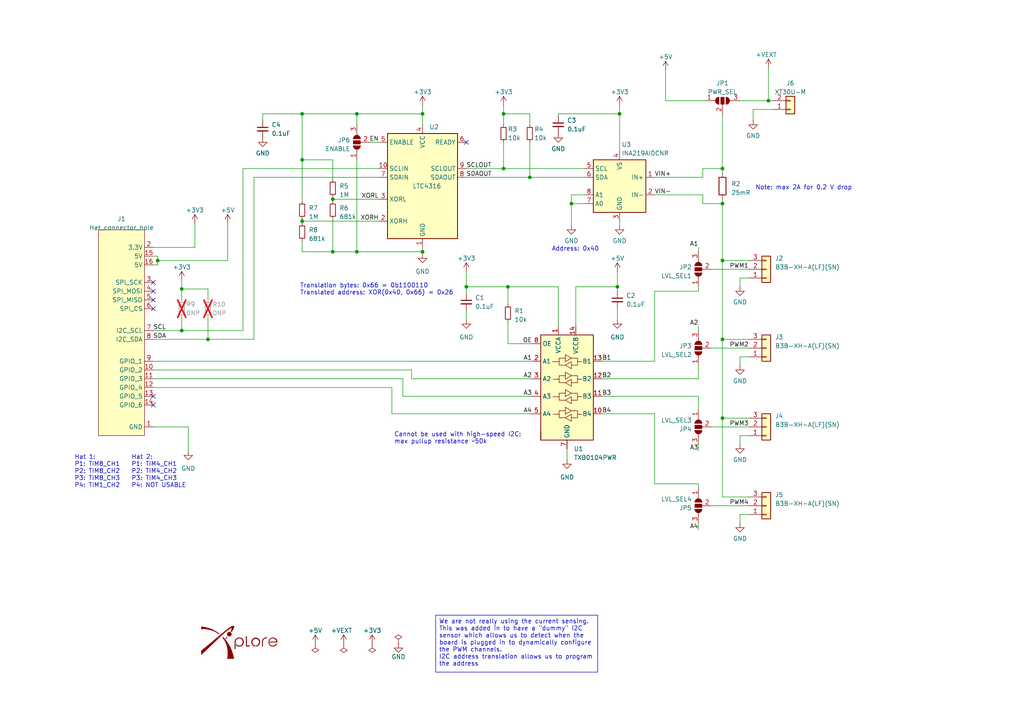
<source format=kicad_sch>
(kicad_sch (version 20230121) (generator eeschema)
  (paper "A4")
  (title_block (title "TXB104 Bi-directional Voltage Translator Hat") (date "2023-07-15") (rev "2") (company "EPFL Xplore") (comment 4 "Author: Vincent Nguyen"))
  (lib_symbols
    (symbol "0_connectors:Hat_connector_hole"
      (property "Reference" "J" (at 0 0 0))
      (property "Value" "Hat_connector_hole" (at 0 0 0))
      (symbol "Hat_connector_hole_0_0"
        (pin power_in line (at -8.89 -22.86 0) (length 2.54) (name "GND") (number "1"))
        (pin bidirectional line (at -8.89 -6.35 0) (length 2.54) (name "GPIO_2") (number "10"))
        (pin bidirectional line (at -8.89 -8.89 0) (length 2.54) (name "GPIO_3") (number "11"))
        (pin bidirectional line (at -8.89 -11.43 0) (length 2.54) (name "GPIO_4") (number "12"))
        (pin bidirectional line (at -8.89 -13.97 0) (length 2.54) (name "GPIO_5") (number "13"))
        (pin bidirectional line (at -8.89 -16.51 0) (length 2.54) (name "GPIO_6") (number "14"))
        (pin power_in line (at -8.89 26.67 0) (length 2.54) (name "5V") (number "15"))
        (pin power_in line (at -8.89 24.13 0) (length 2.54) (name "5V") (number "16"))
        (pin power_in line (at -8.89 29.21 0) (length 2.54) (name "3.3V") (number "2"))
        (pin output line (at -8.89 19.05 0) (length 2.54) (name "SPI_SCK") (number "3"))
        (pin output line (at -8.89 16.51 0) (length 2.54) (name "SPI_MOSI") (number "4"))
        (pin input line (at -8.89 13.97 0) (length 2.54) (name "SPI_MISO") (number "5"))
        (pin output line (at -8.89 11.43 0) (length 2.54) (name "SPI_CS") (number "6"))
        (pin output line (at -8.89 5.08 0) (length 2.54) (name "I2C_SCL") (number "7"))
        (pin bidirectional line (at -8.89 2.54 0) (length 2.54) (name "I2C_SDA") (number "8"))
        (pin bidirectional line (at -8.89 -3.81 0) (length 2.54) (name "GPIO_1") (number "9"))
      )
    )
    (symbol "0_graphic:Xplore_Logo" (pin_numbers hide) (pin_names (offset 0) hide) (in_bom no))
    (symbol "0_interface_expansion:LTC4316"
      (property "Reference" "U" (at 1.27 0 0))
      (symbol "LTC4316_1_1"
        (pin power_in line (at 0 -17.78 90) (length 2.54) (name "GND") (number "1"))
        (pin input line (at -12.7 5.08 0) (length 2.54) (name "SCLIN") (number "10"))
        (pin input line (at -12.7 -10.16 0) (length 2.54) (name "XORH") (number "2"))
        (pin input line (at -12.7 -3.81 0) (length 2.54) (name "XORL") (number "3"))
        (pin power_in line (at 0 17.78 270) (length 2.54) (name "VCC") (number "4"))
        (pin input line (at -12.7 12.7 0) (length 2.54) (name "ENABLE") (number "5"))
        (pin open_collector line (at 12.7 12.7 180) (length 2.54) (name "READY") (number "6"))
        (pin bidirectional line (at -12.7 2.54 0) (length 2.54) (name "SDAIN") (number "7"))
        (pin bidirectional line (at 12.7 2.54 180) (length 2.54) (name "SDAOUT") (number "8"))
        (pin output line (at 12.7 5.08 180) (length 2.54) (name "SCLOUT") (number "9"))
      )
    )
    (symbol "0_power_symbols:+VEXT" (power) (pin_numbers hide) (in_bom no) (on_board no)
      (property "Value" "+VEXT" (at 0 3.81 0))
      (symbol "+VEXT_1_1"
        (pin power_in line (at 0 0 90) (length 0) hide (name "+VEXT") (number "1"))
      )
    )
    (symbol "0_sensor_energy:INA219AxDCN"
      (property "Reference" "U" (at -6.35 8.89 0))
      (property "Value" "INA219AxDCN" (at 6.35 8.89 0))
      (symbol "INA219AxDCN_1_1"
        (pin input line (at -10.16 2.54 0) (length 2.54) (name "IN+") (number "1"))
        (pin input line (at -10.16 -2.54 0) (length 2.54) (name "IN-") (number "2"))
        (pin power_in line (at 0 -10.16 90) (length 2.54) (name "GND") (number "3"))
        (pin power_in line (at 0 10.16 270) (length 2.54) (name "VS") (number "4"))
        (pin input line (at 10.16 5.08 180) (length 2.54) (name "SCL") (number "5"))
        (pin bidirectional line (at 10.16 2.54 180) (length 2.54) (name "SDA") (number "6"))
        (pin input line (at 10.16 -5.08 180) (length 2.54) (name "A0") (number "7"))
        (pin input line (at 10.16 -2.54 180) (length 2.54) (name "A1") (number "8"))
      )
    )
    (symbol "Connector_Generic:Conn_01x02" (pin_names (offset 1.016) hide)
      (property "Reference" "J" (at 0 2.54 0))
      (property "Value" "Conn_01x02" (at 0 -5.08 0))
      (symbol "Conn_01x02_1_1"
        (pin passive line (at -5.08 0 0) (length 3.81) (name "Pin_1") (number "1"))
        (pin passive line (at -5.08 -2.54 0) (length 3.81) (name "Pin_2") (number "2"))
      )
    )
    (symbol "Connector_Generic:Conn_01x03" (pin_names (offset 1.016) hide)
      (property "Reference" "J" (at 0 5.08 0))
      (property "Value" "Conn_01x03" (at 0 -5.08 0))
      (symbol "Conn_01x03_1_1"
        (pin passive line (at -5.08 2.54 0) (length 3.81) (name "Pin_1") (number "1"))
        (pin passive line (at -5.08 0 0) (length 3.81) (name "Pin_2") (number "2"))
        (pin passive line (at -5.08 -2.54 0) (length 3.81) (name "Pin_3") (number "3"))
      )
    )
    (symbol "Device:C_Small" (pin_numbers hide) (pin_names (offset 0.254) hide)
      (property "Reference" "C" (at 0.254 1.778 0))
      (property "Value" "C_Small" (at 0.254 -2.032 0))
      (symbol "C_Small_1_1"
        (pin passive line (at 0 2.54 270) (length 2.032) (name "~") (number "1"))
        (pin passive line (at 0 -2.54 90) (length 2.032) (name "~") (number "2"))
      )
    )
    (symbol "Device:R" (pin_numbers hide) (pin_names (offset 0))
      (property "Reference" "R" (at 2.032 0 90))
      (property "Value" "R" (at 0 0 90))
      (symbol "R_1_1"
        (pin passive line (at 0 3.81 270) (length 1.27) (name "~") (number "1"))
        (pin passive line (at 0 -3.81 90) (length 1.27) (name "~") (number "2"))
      )
    )
    (symbol "Device:R_Small" (pin_numbers hide) (pin_names (offset 0.254) hide)
      (property "Reference" "R" (at 0.762 0.508 0))
      (property "Value" "R_Small" (at 0.762 -1.016 0))
      (symbol "R_Small_1_1"
        (pin passive line (at 0 2.54 270) (length 0.762) (name "~") (number "1"))
        (pin passive line (at 0 -2.54 90) (length 0.762) (name "~") (number "2"))
      )
    )
    (symbol "Jumper:SolderJumper_3_Open" (pin_names (offset 0) hide)
      (property "Reference" "JP" (at -2.54 -2.54 0))
      (property "Value" "SolderJumper_3_Open" (at 0 2.794 0))
      (symbol "SolderJumper_3_Open_1_1"
        (pin passive line (at -5.08 0 0) (length 2.54) (name "A") (number "1"))
        (pin passive line (at 0 -3.81 90) (length 2.54) (name "C") (number "2"))
        (pin passive line (at 5.08 0 180) (length 2.54) (name "B") (number "3"))
      )
    )
    (symbol "Logic_LevelTranslator:TXB0104PW"
      (property "Reference" "U" (at -6.35 16.51 0))
      (property "Value" "TXB0104PW" (at 3.81 16.51 0))
      (symbol "TXB0104PW_1_1"
        (pin power_in line (at -2.54 17.78 270) (length 2.54) (name "VCCA") (number "1"))
        (pin bidirectional line (at 10.16 -7.62 180) (length 2.54) (name "B4") (number "10"))
        (pin bidirectional line (at 10.16 -2.54 180) (length 2.54) (name "B3") (number "11"))
        (pin bidirectional line (at 10.16 2.54 180) (length 2.54) (name "B2") (number "12"))
        (pin bidirectional line (at 10.16 7.62 180) (length 2.54) (name "B1") (number "13"))
        (pin power_in line (at 2.54 17.78 270) (length 2.54) (name "VCCB") (number "14"))
        (pin bidirectional line (at -10.16 7.62 0) (length 2.54) (name "A1") (number "2"))
        (pin bidirectional line (at -10.16 2.54 0) (length 2.54) (name "A2") (number "3"))
        (pin bidirectional line (at -10.16 -2.54 0) (length 2.54) (name "A3") (number "4"))
        (pin bidirectional line (at -10.16 -7.62 0) (length 2.54) (name "A4") (number "5"))
        (pin no_connect line (at -7.62 -12.7 0) (length 2.54) hide (name "NC") (number "6"))
        (pin power_in line (at 0 -17.78 90) (length 2.54) (name "GND") (number "7"))
        (pin input line (at -10.16 12.7 0) (length 2.54) (name "OE") (number "8"))
        (pin no_connect line (at 7.62 -12.7 180) (length 2.54) hide (name "NC") (number "9"))
      )
    )
    (symbol "power:+3V3" (power) (pin_names (offset 0))
      (property "Value" "+3V3" (at 0 3.556 0))
      (symbol "+3V3_1_1"
        (pin power_in line (at 0 0 90) (length 0) hide (name "+3V3") (number "1"))
      )
    )
    (symbol "power:+5V" (power) (pin_names (offset 0))
      (property "Value" "+5V" (at 0 3.556 0))
      (symbol "+5V_1_1"
        (pin power_in line (at 0 0 90) (length 0) hide (name "+5V") (number "1"))
      )
    )
    (symbol "power:GND" (power) (pin_names (offset 0))
      (property "Value" "GND" (at 0 -3.81 0))
      (symbol "GND_1_1"
        (pin power_in line (at 0 0 270) (length 0) hide (name "GND") (number "1"))
      )
    )
    (symbol "power:PWR_FLAG" (power) (pin_numbers hide) (pin_names (offset 0) hide)
      (property "Value" "PWR_FLAG" (at 0 3.81 0))
      (symbol "PWR_FLAG_0_0"
        (pin power_out line (at 0 0 90) (length 0) (name "pwr") (number "1"))
      )
    )
  )
  (junction (at 103.505 73.025))
  (junction (at 122.555 33.02))
  (junction (at 209.55 121.285))
  (junction (at 209.55 98.425))
  (junction (at 87.63 33.02))
  (junction (at 146.05 33.02))
  (junction (at 146.05 48.895))
  (junction (at 209.55 48.895))
  (junction (at 52.705 83.82))
  (junction (at 87.63 46.355))
  (junction (at 179.705 33.02))
  (junction (at 122.555 73.025))
  (junction (at 209.55 75.565))
  (junction (at 165.735 59.055))
  (junction (at 209.55 59.055))
  (junction (at 103.505 33.02))
  (junction (at 60.325 98.425))
  (junction (at 147.32 83.185))
  (junction (at 96.52 57.785))
  (junction (at 45.72 75.565))
  (junction (at 135.255 83.185))
  (junction (at 87.63 64.135))
  (junction (at 179.07 83.185))
  (junction (at 153.67 51.435))
  (junction (at 52.705 95.885))
  (junction (at 222.885 29.21))
  (junction (at 96.52 73.025))
  (no_connect (at 44.45 84.455))
  (no_connect (at 44.45 86.995))
  (no_connect (at 44.45 117.475))
  (no_connect (at 44.45 114.935))
  (no_connect (at 44.45 81.915))
  (no_connect (at 135.255 41.275))
  (no_connect (at 44.45 89.535))
  (wire (pts (xy 54.61 123.825) (xy 44.45 123.825)))
  (wire (pts (xy 202.565 109.855) (xy 202.565 106.045)))
  (wire (pts (xy 96.52 63.5) (xy 96.52 73.025)))
  (wire (pts (xy 52.705 83.82) (xy 60.325 83.82)))
  (wire (pts (xy 161.925 83.185) (xy 147.32 83.185)))
  (wire (pts (xy 206.375 123.825) (xy 217.17 123.825)))
  (wire (pts (xy 122.555 30.48) (xy 122.555 33.02)))
  (wire (pts (xy 96.52 57.785) (xy 96.52 58.42)))
  (wire (pts (xy 222.885 19.685) (xy 222.885 29.21)))
  (wire (pts (xy 135.255 48.895) (xy 146.05 48.895)))
  (wire (pts (xy 44.45 112.395) (xy 113.665 112.395)))
  (wire (pts (xy 135.255 51.435) (xy 153.67 51.435)))
  (wire (pts (xy 70.485 95.885) (xy 52.705 95.885)))
  (wire (pts (xy 103.505 73.025) (xy 122.555 73.025)))
  (wire (pts (xy 73.66 51.435) (xy 73.66 98.425)))
  (wire (pts (xy 76.2 33.02) (xy 87.63 33.02)))
  (wire (pts (xy 87.63 33.02) (xy 87.63 46.355)))
  (wire (pts (xy 179.07 84.455) (xy 179.07 83.185)))
  (wire (pts (xy 209.55 75.565) (xy 209.55 98.425)))
  (wire (pts (xy 45.72 76.835) (xy 45.72 75.565)))
  (wire (pts (xy 202.565 84.455) (xy 202.565 83.185)))
  (wire (pts (xy 218.44 31.75) (xy 224.155 31.75)))
  (wire (pts (xy 44.45 107.315) (xy 119.38 107.315)))
  (wire (pts (xy 202.565 153.67) (xy 202.565 151.765)))
  (wire (pts (xy 209.55 57.785) (xy 209.55 59.055)))
  (wire (pts (xy 202.565 71.755) (xy 202.565 73.025)))
  (wire (pts (xy 96.52 57.15) (xy 96.52 57.785)))
  (wire (pts (xy 179.705 33.02) (xy 179.705 43.815)))
  (wire (pts (xy 206.375 100.965) (xy 217.17 100.965)))
  (wire (pts (xy 153.67 33.02) (xy 153.67 36.195)))
  (wire (pts (xy 70.485 48.895) (xy 109.855 48.895)))
  (wire (pts (xy 161.925 33.655) (xy 161.925 33.02)))
  (wire (pts (xy 174.625 109.855) (xy 202.565 109.855)))
  (wire (pts (xy 209.55 144.145) (xy 217.17 144.145)))
  (wire (pts (xy 153.67 51.435) (xy 169.545 51.435)))
  (wire (pts (xy 73.66 98.425) (xy 60.325 98.425)))
  (wire (pts (xy 147.32 83.185) (xy 147.32 88.265)))
  (wire (pts (xy 146.05 33.02) (xy 153.67 33.02)))
  (wire (pts (xy 209.55 33.02) (xy 209.55 48.895)))
  (wire (pts (xy 122.555 33.02) (xy 122.555 36.195)))
  (wire (pts (xy 214.63 80.645) (xy 217.17 80.645)))
  (wire (pts (xy 147.32 99.695) (xy 154.305 99.695)))
  (wire (pts (xy 60.325 98.425) (xy 44.45 98.425)))
  (wire (pts (xy 70.485 48.895) (xy 70.485 95.885)))
  (wire (pts (xy 222.885 29.21) (xy 214.63 29.21)))
  (wire (pts (xy 122.555 73.66) (xy 122.555 73.025)))
  (wire (pts (xy 147.32 83.185) (xy 135.255 83.185)))
  (wire (pts (xy 87.63 64.135) (xy 109.855 64.135)))
  (wire (pts (xy 189.865 140.335) (xy 202.565 140.335)))
  (wire (pts (xy 203.835 56.515) (xy 203.835 59.055)))
  (wire (pts (xy 165.735 59.055) (xy 165.735 56.515)))
  (wire (pts (xy 87.63 63.5) (xy 87.63 64.135)))
  (wire (pts (xy 214.63 149.225) (xy 217.17 149.225)))
  (wire (pts (xy 214.63 151.765) (xy 214.63 149.225)))
  (wire (pts (xy 202.565 114.935) (xy 202.565 118.745)))
  (wire (pts (xy 146.05 33.02) (xy 146.05 36.195)))
  (wire (pts (xy 193.04 29.21) (xy 204.47 29.21)))
  (wire (pts (xy 146.05 33.02) (xy 146.05 30.48)))
  (wire (pts (xy 214.63 103.505) (xy 217.17 103.505)))
  (wire (pts (xy 189.865 51.435) (xy 203.835 51.435)))
  (wire (pts (xy 203.835 51.435) (xy 203.835 48.895)))
  (wire (pts (xy 179.705 65.405) (xy 179.705 64.135)))
  (wire (pts (xy 113.665 120.015) (xy 154.305 120.015)))
  (wire (pts (xy 161.925 33.02) (xy 179.705 33.02)))
  (wire (pts (xy 96.52 57.785) (xy 109.855 57.785)))
  (wire (pts (xy 135.255 78.74) (xy 135.255 83.185)))
  (wire (pts (xy 165.735 59.055) (xy 169.545 59.055)))
  (wire (pts (xy 44.45 104.775) (xy 154.305 104.775)))
  (wire (pts (xy 116.84 114.935) (xy 154.305 114.935)))
  (wire (pts (xy 60.325 92.075) (xy 60.325 98.425)))
  (wire (pts (xy 174.625 104.775) (xy 189.865 104.775)))
  (wire (pts (xy 202.565 140.335) (xy 202.565 141.605)))
  (wire (pts (xy 164.465 133.35) (xy 164.465 130.175)))
  (wire (pts (xy 52.705 83.82) (xy 52.705 81.28)))
  (wire (pts (xy 214.63 106.045) (xy 214.63 103.505)))
  (wire (pts (xy 203.835 48.895) (xy 209.55 48.895)))
  (wire (pts (xy 87.63 46.355) (xy 96.52 46.355)))
  (wire (pts (xy 109.855 41.275) (xy 107.315 41.275)))
  (wire (pts (xy 96.52 73.025) (xy 103.505 73.025)))
  (wire (pts (xy 96.52 73.025) (xy 87.63 73.025)))
  (wire (pts (xy 147.32 93.345) (xy 147.32 99.695)))
  (wire (pts (xy 161.925 94.615) (xy 161.925 83.185)))
  (wire (pts (xy 87.63 58.42) (xy 87.63 46.355)))
  (wire (pts (xy 189.865 56.515) (xy 203.835 56.515)))
  (wire (pts (xy 113.665 112.395) (xy 113.665 120.015)))
  (wire (pts (xy 103.505 33.02) (xy 103.505 36.195)))
  (wire (pts (xy 209.55 48.895) (xy 209.55 50.165)))
  (wire (pts (xy 209.55 98.425) (xy 209.55 121.285)))
  (wire (pts (xy 76.2 33.02) (xy 76.2 34.925)))
  (wire (pts (xy 66.04 64.77) (xy 66.04 75.565)))
  (wire (pts (xy 45.72 74.295) (xy 44.45 74.295)))
  (wire (pts (xy 209.55 75.565) (xy 217.17 75.565)))
  (wire (pts (xy 218.44 34.925) (xy 218.44 31.75)))
  (wire (pts (xy 153.67 41.275) (xy 153.67 51.435)))
  (wire (pts (xy 116.84 109.855) (xy 116.84 114.935)))
  (wire (pts (xy 103.505 46.355) (xy 103.505 73.025)))
  (wire (pts (xy 135.255 83.185) (xy 135.255 85.09)))
  (wire (pts (xy 52.705 83.82) (xy 52.705 86.995)))
  (wire (pts (xy 87.63 33.02) (xy 103.505 33.02)))
  (wire (pts (xy 214.63 83.185) (xy 214.63 80.645)))
  (wire (pts (xy 103.505 33.02) (xy 122.555 33.02)))
  (wire (pts (xy 119.38 107.315) (xy 119.38 109.855)))
  (wire (pts (xy 174.625 114.935) (xy 202.565 114.935)))
  (wire (pts (xy 56.515 71.755) (xy 44.45 71.755)))
  (wire (pts (xy 224.155 29.21) (xy 222.885 29.21)))
  (wire (pts (xy 165.735 65.405) (xy 165.735 59.055)))
  (wire (pts (xy 44.45 76.835) (xy 45.72 76.835)))
  (wire (pts (xy 146.05 48.895) (xy 169.545 48.895)))
  (wire (pts (xy 165.735 56.515) (xy 169.545 56.515)))
  (wire (pts (xy 179.07 92.71) (xy 179.07 89.535)))
  (wire (pts (xy 52.705 95.885) (xy 44.45 95.885)))
  (wire (pts (xy 209.55 59.055) (xy 209.55 75.565)))
  (wire (pts (xy 122.555 73.025) (xy 122.555 71.755)))
  (wire (pts (xy 209.55 98.425) (xy 217.17 98.425)))
  (wire (pts (xy 193.04 20.32) (xy 193.04 29.21)))
  (wire (pts (xy 119.38 109.855) (xy 154.305 109.855)))
  (wire (pts (xy 44.45 109.855) (xy 116.84 109.855)))
  (wire (pts (xy 146.05 41.275) (xy 146.05 48.895)))
  (wire (pts (xy 174.625 120.015) (xy 189.865 120.015)))
  (wire (pts (xy 66.04 75.565) (xy 45.72 75.565)))
  (wire (pts (xy 206.375 146.685) (xy 217.17 146.685)))
  (wire (pts (xy 209.55 121.285) (xy 209.55 144.145)))
  (wire (pts (xy 167.005 83.185) (xy 167.005 94.615)))
  (wire (pts (xy 87.63 73.025) (xy 87.63 69.85)))
  (wire (pts (xy 87.63 64.135) (xy 87.63 64.77)))
  (wire (pts (xy 96.52 52.07) (xy 96.52 46.355)))
  (wire (pts (xy 54.61 130.81) (xy 54.61 123.825)))
  (wire (pts (xy 45.72 75.565) (xy 45.72 74.295)))
  (wire (pts (xy 209.55 121.285) (xy 217.17 121.285)))
  (wire (pts (xy 206.375 78.105) (xy 217.17 78.105)))
  (wire (pts (xy 73.66 51.435) (xy 109.855 51.435)))
  (wire (pts (xy 214.63 128.905) (xy 214.63 126.365)))
  (wire (pts (xy 214.63 126.365) (xy 217.17 126.365)))
  (wire (pts (xy 52.705 92.075) (xy 52.705 95.885)))
  (wire (pts (xy 167.005 83.185) (xy 179.07 83.185)))
  (wire (pts (xy 189.865 84.455) (xy 202.565 84.455)))
  (wire (pts (xy 202.565 94.615) (xy 202.565 95.885)))
  (wire (pts (xy 189.865 104.775) (xy 189.865 84.455)))
  (wire (pts (xy 189.865 120.015) (xy 189.865 140.335)))
  (wire (pts (xy 60.325 83.82) (xy 60.325 86.995)))
  (wire (pts (xy 56.515 64.77) (xy 56.515 71.755)))
  (wire (pts (xy 135.255 92.71) (xy 135.255 90.17)))
  (wire (pts (xy 202.565 130.81) (xy 202.565 128.905)))
  (wire (pts (xy 203.835 59.055) (xy 209.55 59.055)))
  (wire (pts (xy 179.07 78.74) (xy 179.07 83.185)))
  (wire (pts (xy 179.705 30.48) (xy 179.705 33.02)))
  (text_box "We are not really using the current sensing.\nThis was added in to have a \"dummy\" I2C sensor which allows us to detect when the board is plugged in to dynamically configure the PWM channels.\nI2C address translation allows us to program the address" (at 126.365 178.435 0) (size 46.99 16.51) (effects (font (size 1.27 1.27)) (justify left top)))
  (text "Hat 2: \nP1: TIM4_CH1\nP2: TIM4_CH2\nP3: TIM4_CH3\nP4: NOT USABLE" (at 38.1 141.605 0) (effects (font (size 1.27 1.27)) (justify left bottom)))
  (text "Translation bytes: 0x66 = 0b1100110\nTranslated address: XOR(0x40, 0x66) = 0x26" (at 86.995 85.725 0) (effects (font (size 1.27 1.27)) (justify left bottom)))
  (text "Address: 0x40" (at 160.02 73.025 0) (effects (font (size 1.27 1.27)) (justify left bottom)))
  (text "Note: max 2A for 0.2 V drop" (at 219.075 55.245 0) (effects (font (size 1.27 1.27)) (justify left bottom)))
  (text "Hat 1: \nP1: TIM8_CH1\nP2: TIM8_CH2\nP3: TIM8_CH3\nP4: TIM1_CH2" (at 21.59 141.605 0) (effects (font (size 1.27 1.27)) (justify left bottom)))
  (text "Cannot be used with high-speed I2C: \nmax pullup resistance ~50k" (at 114.3 128.905 0) (effects (font (size 1.27 1.27)) (justify left bottom)))
  (label "SDA" (at 44.45 98.425 0))
  (label "A1" (at 154.305 104.775 180))
  (label "PWM1" (at 217.17 78.105 180))
  (label "PWM4" (at 217.17 146.685 180))
  (label "A2" (at 202.565 94.615 180))
  (label "XORH" (at 109.855 64.135 180))
  (label "B2" (at 174.625 109.855 0))
  (label "SCL" (at 44.45 95.885 0))
  (label "PWM3" (at 217.17 123.825 180))
  (label "A4" (at 202.565 153.67 180))
  (label "A3" (at 202.565 130.81 180))
  (label "A3" (at 154.305 114.935 180))
  (label "A4" (at 154.305 120.015 180))
  (label "A1" (at 202.565 71.755 180))
  (label "SDAOUT" (at 135.255 51.435 0))
  (label "B4" (at 174.625 120.015 0))
  (label "XORL" (at 109.855 57.785 180))
  (label "B3" (at 174.625 114.935 0))
  (label "A2" (at 154.305 109.855 180))
  (label "VIN+" (at 189.865 51.435 0))
  (label "B1" (at 174.625 104.775 0))
  (label "OE" (at 154.305 99.695 180))
  (label "SCLOUT" (at 135.255 48.895 0))
  (label "VIN-" (at 189.865 56.515 0))
  (label "EN" (at 109.855 41.275 180))
  (label "PWM2" (at 217.17 100.965 180))
  (symbol (lib_id "Jumper:SolderJumper_3_Open") (at 209.55 29.21 0) (unit 1)
    (property "Reference" "JP1" (at 209.55 24.13 0))
    (property "Value" "PWR_SEL" (at 209.55 26.67 0))
    (property "Footprint" "Jumper:SolderJumper-3_P1.3mm_Open_RoundedPad1.0x1.5mm" (effects hide))
  )
  (symbol (lib_id "power:PWR_FLAG") (at 99.695 186.69 180) (unit 1)
    (property "Reference" "#FLG03" (effects hide))
    (property "Value" "PWR_FLAG" (effects hide))
  )
  (symbol (lib_id "power:PWR_FLAG") (at 107.95 186.69 180) (unit 1)
    (property "Reference" "#FLG01" (effects hide))
    (property "Value" "PWR_FLAG" (effects hide))
  )
  (symbol (lib_id "power:PWR_FLAG") (at 115.57 186.69 0) (unit 1)
    (property "Reference" "#FLG02" (effects hide))
    (property "Value" "PWR_FLAG" (effects hide))
  )
  (symbol (lib_id "power:GND") (at 161.925 38.735 0) (mirror y) (unit 1)
    (property "Reference" "#PWR018" (effects hide))
    (property "Value" "GND" (at 161.925 43.18 0))
  )
  (symbol (lib_id "0_sensor_energy:INA219AxDCN") (at 179.705 53.975 0) (mirror y) (unit 1)
    (property "Reference" "U3" (at 180.2891 41.91 0) (effects (justify right)))
    (property "Value" "INA219AIDCNR" (at 180.2891 44.45 0) (effects (justify right)))
    (property "Footprint" "Package_TO_SOT_SMD:SOT-23-8" (effects hide))
    (property "Datasheet" "http://www.ti.com/lit/ds/symlink/ina219.pdf" (effects hide))
    (property "Digikey ref" "296-23770-1-ND" (effects hide))
    (property "Manufacturer ref" "INA219AIDCNR" (effects hide))
  )
  (symbol (lib_id "Connector_Generic:Conn_01x03") (at 222.25 146.685 0) (mirror x) (unit 1)
    (property "Reference" "J5" (at 224.79 143.51 0) (effects (justify left)))
    (property "Value" "B3B-XH-A(LF)(SN)" (at 224.79 146.05 0) (effects (justify left)))
    (property "Footprint" "Connector_JST:JST_XH_B3B-XH-A_1x03_P2.50mm_Vertical" (effects hide))
    (property "Datasheet" "https://www.jst-mfg.com/product/pdf/eng/eXH.pdf" (effects hide))
    (property "Manufacturer ref" "B3B-XH-A(LF)(SN)" (effects hide))
    (property "Digikey ref" "455-2248-ND" (effects hide))
  )
  (symbol (lib_id "power:PWR_FLAG") (at 91.44 186.69 180) (unit 1)
    (property "Reference" "#FLG04" (effects hide))
    (property "Value" "PWR_FLAG" (effects hide))
  )
  (symbol (lib_id "Device:R") (at 209.55 53.975 0) (unit 1)
    (property "Reference" "R2" (at 212.09 53.34 0) (effects (justify left)))
    (property "Value" "25mR" (at 212.09 55.88 0) (effects (justify left)))
    (property "Footprint" "Resistor_SMD:R_2512_6332Metric_Pad1.40x3.35mm_HandSolder" (effects hide))
    (property "Datasheet" "https://www.bourns.com/docs/product-datasheets/cra.pdf" (effects hide))
    (property "Digikey ref" "CRA2512-FZ-R025ELFCT-ND" (effects hide))
    (property "Manufacturer ref" "CRA2512-FZ-R025ELF" (effects hide))
  )
  (symbol (lib_id "Jumper:SolderJumper_3_Open") (at 202.565 146.685 90) (mirror x) (unit 1)
    (property "Reference" "JP5" (at 200.66 147.32 90) (effects (justify left)))
    (property "Value" "LVL_SEL4" (at 200.66 144.78 90) (effects (justify left)))
    (property "Footprint" "Jumper:SolderJumper-3_P1.3mm_Open_RoundedPad1.0x1.5mm" (effects hide))
  )
  (symbol (lib_id "Device:R_Small") (at 52.705 89.535 0) (unit 1) (dnp yes)
    (property "Reference" "R9" (at 53.975 88.265 0) (effects (justify left)))
    (property "Value" "DNP" (at 53.975 90.805 0) (effects (justify left)))
    (property "Footprint" "Resistor_SMD:R_0603_1608Metric" (effects hide))
  )
  (symbol (lib_id "Device:C_Small") (at 135.255 87.63 0) (unit 1)
    (property "Reference" "C1" (at 137.795 86.36 0) (effects (justify left)))
    (property "Value" "0.1uF" (at 137.8347 88.9063 0) (effects (justify left)))
    (property "Footprint" "Capacitor_SMD:C_0603_1608Metric" (effects hide))
    (property "Datasheet" "https://www.mouser.ch/datasheet/2/40/KGM_X7R-3223212.pdf" (effects hide))
    (property "Manufacturer ref" "06035C104JAT2A" (effects hide))
    (property "Digikey ref" "478-KGM15BR71H104JTCT-ND" (effects hide))
  )
  (symbol (lib_id "Device:R_Small") (at 96.52 54.61 0) (unit 1)
    (property "Reference" "R5" (at 98.425 53.975 0) (effects (justify left)))
    (property "Value" "1M" (at 98.425 56.515 0) (effects (justify left)))
    (property "Footprint" "Resistor_SMD:R_0603_1608Metric" (effects hide))
    (property "Datasheet" "https://www.te.com/usa-en/product-1622877-1.datasheet.pdf" (effects hide))
    (property "Digikey ref" "A121559CT-ND" (effects hide))
    (property "Manufacturer ref" "CRG0603F1M0" (effects hide))
  )
  (symbol (lib_id "0_connectors:Hat_connector_hole") (at 35.56 100.965 0) (mirror y) (unit 1)
    (property "Reference" "J1" (at 35.2425 63.5 0))
    (property "Value" "Hat_connector_hole" (at 35.2425 66.04 0))
    (property "Footprint" "0_connectors:Hat_connector_hole" (effects hide))
  )
  (symbol (lib_id "power:GND") (at 165.735 65.405 0) (mirror y) (unit 1)
    (property "Reference" "#PWR019" (effects hide))
    (property "Value" "GND" (at 165.735 69.85 0))
  )
  (symbol (lib_id "0_interface_expansion:LTC4316") (at 122.555 53.975 0) (unit 1)
    (property "Reference" "U2" (at 124.5109 36.83 0) (effects (justify left)))
    (property "Value" "LTC4316" (at 123.825 53.975 0))
    (property "Footprint" "Package_SO:MSOP-10_3x3mm_P0.5mm" (effects hide))
    (property "Datasheet" "https://www.analog.com/media/en/technical-documentation/data-sheets/4316fa.pdf" (effects hide))
    (property "Digikey ref" "505-LTC4316IMS#PBF-ND" (effects hide))
    (property "Manufacturer ref" "LTC4316IMS#PBF" (effects hide))
  )
  (symbol (lib_id "power:+3V3") (at 179.705 30.48 0) (unit 1)
    (property "Reference" "#PWR017" (effects hide))
    (property "Value" "+3V3" (at 179.705 26.67 0))
  )
  (symbol (lib_id "power:GND") (at 135.255 92.71 0) (unit 1)
    (property "Reference" "#PWR05" (effects hide))
    (property "Value" "GND" (at 135.255 97.79 0))
  )
  (symbol (lib_id "power:+3V3") (at 122.555 30.48 0) (mirror y) (unit 1)
    (property "Reference" "#PWR022" (effects hide))
    (property "Value" "+3V3" (at 122.555 26.67 0))
  )
  (symbol (lib_id "power:+5V") (at 193.04 20.32 0) (unit 1)
    (property "Reference" "#PWR09" (effects hide))
    (property "Value" "+5V" (at 193.04 16.51 0))
  )
  (symbol (lib_id "power:GND") (at 164.465 133.35 0) (unit 1)
    (property "Reference" "#PWR08" (effects hide))
    (property "Value" "GND" (at 164.465 138.43 0))
  )
  (symbol (lib_id "power:+3V3") (at 52.705 81.28 0) (unit 1)
    (property "Reference" "#PWR023" (effects hide))
    (property "Value" "+3V3" (at 52.705 77.47 0))
  )
  (symbol (lib_id "Device:C_Small") (at 76.2 37.465 0) (unit 1)
    (property "Reference" "C4" (at 78.74 36.195 0) (effects (justify left)))
    (property "Value" "0.1uF" (at 78.7797 38.7413 0) (effects (justify left)))
    (property "Footprint" "Capacitor_SMD:C_0603_1608Metric" (effects hide))
    (property "Datasheet" "https://www.mouser.ch/datasheet/2/40/KGM_X7R-3223212.pdf" (effects hide))
    (property "Manufacturer ref" "06035C104JAT2A" (effects hide))
    (property "Digikey ref" "478-KGM15BR71H104JTCT-ND" (effects hide))
  )
  (symbol (lib_id "Jumper:SolderJumper_3_Open") (at 202.565 123.825 90) (mirror x) (unit 1)
    (property "Reference" "JP4" (at 200.66 124.46 90) (effects (justify left)))
    (property "Value" "LVL_SEL3" (at 200.66 121.92 90) (effects (justify left)))
    (property "Footprint" "Jumper:SolderJumper-3_P1.3mm_Open_RoundedPad1.0x1.5mm" (effects hide))
  )
  (symbol (lib_id "Connector_Generic:Conn_01x03") (at 222.25 78.105 0) (mirror x) (unit 1)
    (property "Reference" "J2" (at 224.79 74.93 0) (effects (justify left)))
    (property "Value" "B3B-XH-A(LF)(SN)" (at 224.79 77.47 0) (effects (justify left)))
    (property "Footprint" "Connector_JST:JST_XH_B3B-XH-A_1x03_P2.50mm_Vertical" (effects hide))
    (property "Datasheet" "https://www.jst-mfg.com/product/pdf/eng/eXH.pdf" (effects hide))
    (property "Manufacturer ref" "B3B-XH-A(LF)(SN)" (effects hide))
    (property "Digikey ref" "455-2248-ND" (effects hide))
  )
  (symbol (lib_id "power:+3V3") (at 107.95 186.69 0) (mirror y) (unit 1)
    (property "Reference" "#PWR024" (effects hide))
    (property "Value" "+3V3" (at 107.95 182.88 0))
  )
  (symbol (lib_id "Device:R_Small") (at 146.05 38.735 0) (unit 1)
    (property "Reference" "R3" (at 147.32 37.465 0) (effects (justify left)))
    (property "Value" "10k" (at 147.32 40.005 0) (effects (justify left)))
    (property "Footprint" "Resistor_SMD:R_0603_1608Metric" (effects hide))
    (property "Datasheet" "https://www.seielect.com/Catalog/SEI-RNCP.pdf" (effects hide))
    (property "Digikey ref" "RNCP0603FTD10K0CT-ND" (effects hide))
    (property "Manufacturer ref" "RNCP0603FTD10K0" (effects hide))
  )
  (symbol (lib_id "power:GND") (at 179.705 65.405 0) (mirror y) (unit 1)
    (property "Reference" "#PWR015" (effects hide))
    (property "Value" "GND" (at 179.705 69.85 0))
  )
  (symbol (lib_id "Jumper:SolderJumper_3_Open") (at 202.565 78.105 90) (unit 1)
    (property "Reference" "JP2" (at 200.66 77.47 90) (effects (justify left)))
    (property "Value" "LVL_SEL1" (at 200.66 80.01 90) (effects (justify left)))
    (property "Footprint" "Jumper:SolderJumper-3_P1.3mm_Open_RoundedPad1.0x1.5mm" (effects hide))
  )
  (symbol (lib_id "power:GND") (at 115.57 186.69 0) (unit 1)
    (property "Reference" "#PWR025" (effects hide))
    (property "Value" "GND" (at 115.57 190.5 0))
  )
  (symbol (lib_id "Device:R_Small") (at 147.32 90.805 0) (unit 1)
    (property "Reference" "R1" (at 149.225 90.17 0) (effects (justify left)))
    (property "Value" "10k" (at 149.225 92.71 0) (effects (justify left)))
    (property "Footprint" "Resistor_SMD:R_0603_1608Metric" (effects hide))
    (property "Datasheet" "https://www.seielect.com/Catalog/SEI-RNCP.pdf" (effects hide))
    (property "Digikey ref" "RNCP0603FTD10K0CT-ND" (effects hide))
    (property "Manufacturer ref" "RNCP0603FTD10K0" (effects hide))
  )
  (symbol (lib_id "power:GND") (at 218.44 34.925 0) (mirror y) (unit 1)
    (property "Reference" "#PWR011" (effects hide))
    (property "Value" "GND" (at 218.44 39.37 0))
  )
  (symbol (lib_id "power:GND") (at 214.63 106.045 0) (mirror y) (unit 1)
    (property "Reference" "#PWR012" (effects hide))
    (property "Value" "GND" (at 214.63 110.49 0))
  )
  (symbol (lib_id "Device:R_Small") (at 87.63 67.31 0) (unit 1)
    (property "Reference" "R8" (at 89.535 66.675 0) (effects (justify left)))
    (property "Value" "681k" (at 89.535 69.215 0) (effects (justify left)))
    (property "Footprint" "Resistor_SMD:R_0603_1608Metric" (effects hide))
    (property "Datasheet" "https://www.yageo.com/upload/media/product/productsearch/datasheet/rchip/PYu-RC_Group_51_RoHS_L_12.pdf" (effects hide))
    (property "Digikey ref" "311-681KHRCT-ND" (effects hide))
    (property "Manufacturer ref" "RC0603FR-07681KL" (effects hide))
  )
  (symbol (lib_id "Connector_Generic:Conn_01x03") (at 222.25 123.825 0) (mirror x) (unit 1)
    (property "Reference" "J4" (at 224.79 120.65 0) (effects (justify left)))
    (property "Value" "B3B-XH-A(LF)(SN)" (at 224.79 123.19 0) (effects (justify left)))
    (property "Footprint" "Connector_JST:JST_XH_B3B-XH-A_1x03_P2.50mm_Vertical" (effects hide))
    (property "Datasheet" "https://www.jst-mfg.com/product/pdf/eng/eXH.pdf" (effects hide))
    (property "Manufacturer ref" "B3B-XH-A(LF)(SN)" (effects hide))
    (property "Digikey ref" "455-2248-ND" (effects hide))
  )
  (symbol (lib_id "power:GND") (at 214.63 151.765 0) (mirror y) (unit 1)
    (property "Reference" "#PWR016" (effects hide))
    (property "Value" "GND" (at 214.63 156.21 0))
  )
  (symbol (lib_id "Jumper:SolderJumper_3_Open") (at 103.505 41.275 90) (unit 1) (in_bom no)
    (property "Reference" "JP6" (at 101.6 40.64 90) (effects (justify left)))
    (property "Value" "ENABLE" (at 101.6 43.18 90) (effects (justify left)))
    (property "Footprint" "Jumper:SolderJumper-3_P1.3mm_Open_RoundedPad1.0x1.5mm" (effects hide))
  )
  (symbol (lib_id "Device:C_Small") (at 179.07 86.995 0) (unit 1)
    (property "Reference" "C2" (at 181.61 85.725 0) (effects (justify left)))
    (property "Value" "0.1uF" (at 181.6497 88.2713 0) (effects (justify left)))
    (property "Footprint" "Capacitor_SMD:C_0603_1608Metric" (effects hide))
    (property "Datasheet" "https://www.mouser.ch/datasheet/2/40/KGM_X7R-3223212.pdf" (effects hide))
    (property "Manufacturer ref" "06035C104JAT2A" (effects hide))
    (property "Digikey ref" "478-KGM15BR71H104JTCT-ND" (effects hide))
  )
  (symbol (lib_id "0_graphic:Xplore_Logo") (at 69.215 189.865 0) (unit 1) (in_bom no)
    (property "Reference" "G1" (effects hide))
    (property "Value" "Xplore_Logo" (effects hide))
    (property "Footprint" "0_graphic:Xplore_Logo_X_only_10mm" (effects hide))
  )
  (symbol (lib_id "power:+5V") (at 179.07 78.74 0) (unit 1)
    (property "Reference" "#PWR06" (effects hide))
    (property "Value" "+5V" (at 179.07 74.93 0))
  )
  (symbol (lib_id "power:+3V3") (at 135.255 78.74 0) (unit 1)
    (property "Reference" "#PWR04" (effects hide))
    (property "Value" "+3V3" (at 135.255 74.93 0))
  )
  (symbol (lib_id "0_power_symbols:+VEXT") (at 99.695 186.69 0) (unit 1) (in_bom no) (on_board no)
    (property "Reference" "#PWR026" (effects hide))
    (property "Value" "+VEXT" (at 99.06 182.88 0))
  )
  (symbol (lib_id "Device:R_Small") (at 60.325 89.535 0) (unit 1) (dnp yes)
    (property "Reference" "R10" (at 61.595 88.265 0) (effects (justify left)))
    (property "Value" "DNP" (at 61.595 90.805 0) (effects (justify left)))
    (property "Footprint" "Resistor_SMD:R_0603_1608Metric" (effects hide))
  )
  (symbol (lib_id "power:GND") (at 54.61 130.81 0) (unit 1)
    (property "Reference" "#PWR01" (effects hide))
    (property "Value" "GND" (at 54.61 135.89 0))
  )
  (symbol (lib_id "Device:R_Small") (at 87.63 60.96 0) (unit 1)
    (property "Reference" "R7" (at 89.535 60.325 0) (effects (justify left)))
    (property "Value" "1M" (at 89.535 62.865 0) (effects (justify left)))
    (property "Footprint" "Resistor_SMD:R_0603_1608Metric" (effects hide))
    (property "Datasheet" "https://www.te.com/usa-en/product-1622877-1.datasheet.pdf" (effects hide))
    (property "Digikey ref" "A121559CT-ND" (effects hide))
    (property "Manufacturer ref" "CRG0603F1M0" (effects hide))
  )
  (symbol (lib_id "power:+5V") (at 66.04 64.77 0) (unit 1)
    (property "Reference" "#PWR03" (effects hide))
    (property "Value" "+5V" (at 66.04 60.96 0))
  )
  (symbol (lib_id "Device:R_Small") (at 153.67 38.735 0) (unit 1)
    (property "Reference" "R4" (at 154.94 37.465 0) (effects (justify left)))
    (property "Value" "10k" (at 154.94 40.005 0) (effects (justify left)))
    (property "Footprint" "Resistor_SMD:R_0603_1608Metric" (effects hide))
    (property "Datasheet" "https://www.seielect.com/Catalog/SEI-RNCP.pdf" (effects hide))
    (property "Digikey ref" "RNCP0603FTD10K0CT-ND" (effects hide))
    (property "Manufacturer ref" "RNCP0603FTD10K0" (effects hide))
  )
  (symbol (lib_id "Device:R_Small") (at 96.52 60.96 0) (unit 1)
    (property "Reference" "R6" (at 98.425 60.325 0) (effects (justify left)))
    (property "Value" "681k" (at 98.425 62.865 0) (effects (justify left)))
    (property "Footprint" "Resistor_SMD:R_0603_1608Metric" (effects hide))
    (property "Datasheet" "https://www.yageo.com/upload/media/product/productsearch/datasheet/rchip/PYu-RC_Group_51_RoHS_L_12.pdf" (effects hide))
    (property "Digikey ref" "311-681KHRCT-ND" (effects hide))
    (property "Manufacturer ref" "RC0603FR-07681KL" (effects hide))
  )
  (symbol (lib_id "power:+3V3") (at 56.515 64.77 0) (unit 1)
    (property "Reference" "#PWR02" (effects hide))
    (property "Value" "+3V3" (at 56.515 60.96 0))
  )
  (symbol (lib_id "power:+5V") (at 91.44 186.69 0) (unit 1)
    (property "Reference" "#PWR027" (effects hide))
    (property "Value" "+5V" (at 91.44 182.88 0))
  )
  (symbol (lib_id "Connector_Generic:Conn_01x03") (at 222.25 100.965 0) (mirror x) (unit 1)
    (property "Reference" "J3" (at 224.79 97.79 0) (effects (justify left)))
    (property "Value" "B3B-XH-A(LF)(SN)" (at 224.79 100.33 0) (effects (justify left)))
    (property "Footprint" "Connector_JST:JST_XH_B3B-XH-A_1x03_P2.50mm_Vertical" (effects hide))
    (property "Datasheet" "https://www.jst-mfg.com/product/pdf/eng/eXH.pdf" (effects hide))
    (property "Manufacturer ref" "B3B-XH-A(LF)(SN)" (effects hide))
    (property "Digikey ref" "455-2248-ND" (effects hide))
  )
  (symbol (lib_id "Logic_LevelTranslator:TXB0104PW") (at 164.465 112.395 0) (unit 1)
    (property "Reference" "U1" (at 166.4209 130.175 0) (effects (justify left)))
    (property "Value" "TXB0104PWR" (at 166.4209 132.715 0) (effects (justify left)))
    (property "Footprint" "Package_SO:TSSOP-14_4.4x5mm_P0.65mm" (effects hide))
    (property "Datasheet" "http://www.ti.com/lit/ds/symlink/txb0104.pdf" (effects hide))
    (property "Digikey ref" "296-21929-1-ND" (effects hide))
    (property "Manufacturer ref" "TXB0104PWR" (effects hide))
  )
  (symbol (lib_id "power:GND") (at 76.2 40.005 0) (mirror y) (unit 1)
    (property "Reference" "#PWR028" (effects hide))
    (property "Value" "GND" (at 76.2 44.45 0))
  )
  (symbol (lib_id "Connector_Generic:Conn_01x02") (at 229.235 31.75 0) (mirror x) (unit 1)
    (property "Reference" "J6" (at 229.235 24.13 0))
    (property "Value" "XT30U-M" (at 229.235 26.67 0))
    (property "Footprint" "Connector_AMASS:AMASS_XT30U-M_1x02_P5.0mm_Vertical" (effects hide))
    (property "Datasheet" "https://www.tme.eu/Document/7d9d972ae3468777f69ec2ee99897652/XT30U-M.pdf" (effects hide))
    (property "Manufacturer ref" "XT30U-M" (effects hide))
    (property "TME ref" "XT30U-M" (effects hide))
  )
  (symbol (lib_id "power:GND") (at 179.07 92.71 0) (unit 1)
    (property "Reference" "#PWR07" (effects hide))
    (property "Value" "GND" (at 179.07 97.79 0))
  )
  (symbol (lib_id "Device:C_Small") (at 161.925 36.195 0) (unit 1)
    (property "Reference" "C3" (at 164.465 34.925 0) (effects (justify left)))
    (property "Value" "0.1uF" (at 164.5047 37.4713 0) (effects (justify left)))
    (property "Footprint" "Capacitor_SMD:C_0603_1608Metric" (effects hide))
    (property "Datasheet" "https://www.mouser.ch/datasheet/2/40/KGM_X7R-3223212.pdf" (effects hide))
    (property "Manufacturer ref" "06035C104JAT2A" (effects hide))
    (property "Digikey ref" "478-KGM15BR71H104JTCT-ND" (effects hide))
  )
  (symbol (lib_id "power:GND") (at 214.63 83.185 0) (mirror y) (unit 1)
    (property "Reference" "#PWR010" (effects hide))
    (property "Value" "GND" (at 214.63 87.63 0))
  )
  (symbol (lib_id "0_power_symbols:+VEXT") (at 222.885 19.685 0) (unit 1) (in_bom no) (on_board no)
    (property "Reference" "#PWR013" (effects hide))
    (property "Value" "+VEXT" (at 222.25 15.875 0))
  )
  (symbol (lib_id "Jumper:SolderJumper_3_Open") (at 202.565 100.965 90) (unit 1)
    (property "Reference" "JP3" (at 200.66 100.33 90) (effects (justify left)))
    (property "Value" "LVL_SEL2" (at 200.66 102.87 90) (effects (justify left)))
    (property "Footprint" "Jumper:SolderJumper-3_P1.3mm_Open_RoundedPad1.0x1.5mm" (effects hide))
  )
  (symbol (lib_id "power:GND") (at 122.555 73.66 0) (unit 1)
    (property "Reference" "#PWR021" (effects hide))
    (property "Value" "GND" (at 122.555 78.74 0))
  )
  (symbol (lib_id "power:+3V3") (at 146.05 30.48 0) (unit 1)
    (property "Reference" "#PWR020" (effects hide))
    (property "Value" "+3V3" (at 146.05 26.67 0))
  )
  (symbol (lib_id "power:GND") (at 214.63 128.905 0) (mirror y) (unit 1)
    (property "Reference" "#PWR014" (effects hide))
    (property "Value" "GND" (at 214.63 133.35 0))
  )
)
</source>
